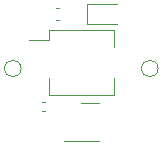
<source format=gbr>
%TF.GenerationSoftware,KiCad,Pcbnew,(6.0.0-rc1-209-ga3b4210bdd-dirty)*%
%TF.CreationDate,2021-12-23T02:42:49+03:00*%
%TF.ProjectId,ibutton,69627574-746f-46e2-9e6b-696361645f70,rev?*%
%TF.SameCoordinates,Original*%
%TF.FileFunction,Legend,Top*%
%TF.FilePolarity,Positive*%
%FSLAX46Y46*%
G04 Gerber Fmt 4.6, Leading zero omitted, Abs format (unit mm)*
G04 Created by KiCad (PCBNEW (6.0.0-rc1-209-ga3b4210bdd-dirty)) date 2021-12-23 02:42:49*
%MOMM*%
%LPD*%
G01*
G04 APERTURE LIST*
%ADD10C,0.120000*%
G04 APERTURE END LIST*
D10*
%TO.C,U1*%
X98500000Y-106120000D02*
X101500000Y-106120000D01*
X100000000Y-102880000D02*
X101500000Y-102880000D01*
%TO.C,TGND1*%
X94900000Y-100000000D02*
G75*
G03*
X94900000Y-100000000I-700000J0D01*
G01*
%TO.C,TDq1*%
X106500000Y-100000000D02*
G75*
G03*
X106500000Y-100000000I-700000J0D01*
G01*
%TO.C,SW1*%
X97240000Y-102265000D02*
X102760000Y-102265000D01*
X95554000Y-97550000D02*
X97240000Y-97550000D01*
X97240000Y-96734000D02*
X97240000Y-97550000D01*
X97240000Y-96734000D02*
X102760000Y-96734000D01*
X102760000Y-96734000D02*
X102760000Y-98169000D01*
X97240000Y-100830000D02*
X97240000Y-102265000D01*
X102760000Y-100830000D02*
X102760000Y-102265000D01*
%TO.C,R1*%
X96636359Y-103580000D02*
X96943641Y-103580000D01*
X96636359Y-102820000D02*
X96943641Y-102820000D01*
%TO.C,D1*%
X100500000Y-94550000D02*
X103050000Y-94550000D01*
X100500000Y-96250000D02*
X103050000Y-96250000D01*
X100500000Y-94550000D02*
X100500000Y-96250000D01*
%TO.C,C1*%
X98140580Y-94890000D02*
X97859420Y-94890000D01*
X98140580Y-95910000D02*
X97859420Y-95910000D01*
%TD*%
M02*

</source>
